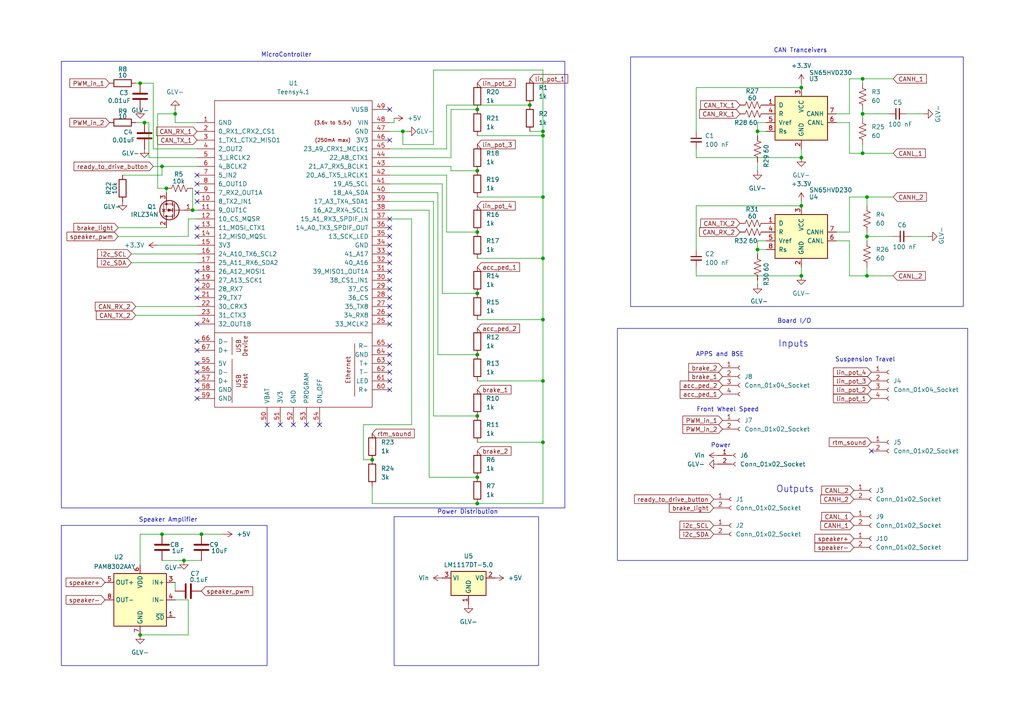
<source format=kicad_sch>
(kicad_sch (version 20231120) (generator "eeschema") (generator_version "8.0")
  (paper "A4")
  (lib_symbols
    (symbol "Amplifier_Audio:PAM8302AAY"
      (property "Reference" "U" (at 7.62 11.43 0))
      (property "Value" "PAM8302AAY" (at 7.62 8.89 0))
      (symbol "PAM8302AAY_1_1"
        (pin input line (at -10.16 -5.08 0) (length 2.54) (name "~{SD}") (number "1"))
        (pin no_connect line (at 7.62 -5.08 180) (length 2.54) hide (name "NC") (number "2"))
        (pin input line (at -10.16 5.08 0) (length 2.54) (name "IN+") (number "3"))
        (pin input line (at -10.16 0 0) (length 2.54) (name "IN-") (number "4"))
        (pin output line (at 10.16 5.08 180) (length 2.54) (name "OUT+") (number "5"))
        (pin power_in line (at 0 10.16 270) (length 2.54) (name "VDD") (number "6"))
        (pin power_in line (at 0 -10.16 90) (length 2.54) (name "GND") (number "7"))
        (pin output line (at 10.16 0 180) (length 2.54) (name "OUT-") (number "8"))
      )
    )
    (symbol "Connector:Conn_01x02_Socket" (pin_names (offset 1.016) hide)
      (property "Reference" "J" (at 0 2.54 0))
      (property "Value" "Conn_01x02_Socket" (at 0 -5.08 0))
      (symbol "Conn_01x02_Socket_1_1"
        (pin passive line (at -5.08 0 0) (length 3.81) (name "Pin_1") (number "1"))
        (pin passive line (at -5.08 -2.54 0) (length 3.81) (name "Pin_2") (number "2"))
      )
    )
    (symbol "Connector:Conn_01x04_Socket" (pin_names (offset 1.016) hide)
      (property "Reference" "J" (at 0 5.08 0))
      (property "Value" "Conn_01x04_Socket" (at 0 -7.62 0))
      (symbol "Conn_01x04_Socket_1_1"
        (pin passive line (at -5.08 2.54 0) (length 3.81) (name "Pin_1") (number "1"))
        (pin passive line (at -5.08 0 0) (length 3.81) (name "Pin_2") (number "2"))
        (pin passive line (at -5.08 -2.54 0) (length 3.81) (name "Pin_3") (number "3"))
        (pin passive line (at -5.08 -5.08 0) (length 3.81) (name "Pin_4") (number "4"))
      )
    )
    (symbol "Device:C" (pin_numbers hide) (pin_names (offset 0.254))
      (property "Reference" "C" (at 0.635 2.54 0))
      (property "Value" "C" (at 0.635 -2.54 0))
      (symbol "C_1_1"
        (pin passive line (at 0 3.81 270) (length 2.794) (name "~") (number "1"))
        (pin passive line (at 0 -3.81 90) (length 2.794) (name "~") (number "2"))
      )
    )
    (symbol "Device:C_Small" (pin_numbers hide) (pin_names (offset 0.254) hide)
      (property "Reference" "C" (at 0.254 1.778 0))
      (property "Value" "C_Small" (at 0.254 -2.032 0))
      (symbol "C_Small_1_1"
        (pin passive line (at 0 2.54 270) (length 2.032) (name "~") (number "1"))
        (pin passive line (at 0 -2.54 90) (length 2.032) (name "~") (number "2"))
      )
    )
    (symbol "Device:R" (pin_numbers hide) (pin_names (offset 0))
      (property "Reference" "R" (at 2.032 0 90))
      (property "Value" "R" (at 0 0 90))
      (symbol "R_1_1"
        (pin passive line (at 0 3.81 270) (length 1.27) (name "~") (number "1"))
        (pin passive line (at 0 -3.81 90) (length 1.27) (name "~") (number "2"))
      )
    )
    (symbol "Device:R_US" (pin_numbers hide) (pin_names (offset 0))
      (property "Reference" "R" (at 2.54 0 90))
      (property "Value" "R_US" (at -2.54 0 90))
      (symbol "R_US_1_1"
        (pin passive line (at 0 3.81 270) (length 1.27) (name "~") (number "1"))
        (pin passive line (at 0 -3.81 90) (length 1.27) (name "~") (number "2"))
      )
    )
    (symbol "Interface_CAN_LIN:SN65HVD230" (pin_names (offset 1.016))
      (property "Reference" "U" (at -2.54 10.16 0))
      (property "Value" "SN65HVD230" (at -2.54 7.62 0))
      (symbol "SN65HVD230_1_1"
        (pin input line (at -10.16 2.54 0) (length 2.54) (name "D") (number "1"))
        (pin power_in line (at 0 -10.16 90) (length 2.54) (name "GND") (number "2"))
        (pin power_in line (at 0 7.62 270) (length 2.54) (name "VCC") (number "3"))
        (pin output line (at -10.16 0 0) (length 2.54) (name "R") (number "4"))
        (pin output line (at -10.16 -2.54 0) (length 2.54) (name "Vref") (number "5"))
        (pin bidirectional line (at 10.16 -2.54 180) (length 2.54) (name "CANL") (number "6"))
        (pin bidirectional line (at 10.16 0 180) (length 2.54) (name "CANH") (number "7"))
        (pin input line (at -10.16 -5.08 0) (length 2.54) (name "Rs") (number "8"))
      )
    )
    (symbol "Regulator_Linear:LM1117DT-5.0"
      (property "Reference" "U" (at -3.81 3.175 0))
      (property "Value" "LM1117DT-5.0" (at 0 3.175 0))
      (symbol "LM1117DT-5.0_1_1"
        (pin power_in line (at 0 -7.62 90) (length 2.54) (name "GND") (number "1"))
        (pin power_out line (at 7.62 0 180) (length 2.54) (name "VO") (number "2"))
        (pin power_in line (at -7.62 0 0) (length 2.54) (name "VI") (number "3"))
      )
    )
    (symbol "Transistor_FET:IRLZ34N" (pin_names hide)
      (property "Reference" "Q" (at 5.08 1.905 0))
      (property "Value" "IRLZ34N" (at 5.08 0 0))
      (symbol "IRLZ34N_1_1"
        (pin input line (at -5.08 0 0) (length 2.54) (name "G") (number "1"))
        (pin passive line (at 2.54 5.08 270) (length 2.54) (name "D") (number "2"))
        (pin passive line (at 2.54 -5.08 90) (length 2.54) (name "S") (number "3"))
      )
    )
    (symbol "power:GND" (power) (pin_numbers hide) (pin_names (offset 0) hide)
      (property "Value" "GND" (at 0 -3.81 0))
      (symbol "GND_1_1"
        (pin power_in line (at 0 0 270) (length 0) (name "~") (number "1"))
      )
    )
    (symbol "power:VCC" (power) (pin_numbers hide) (pin_names (offset 0) hide)
      (property "Value" "VCC" (at 0 3.556 0))
      (symbol "VCC_1_1"
        (pin power_in line (at 0 0 90) (length 0) (name "~") (number "1"))
      )
    )
    (symbol "teensy:Teensy4.1" (pin_names (offset 1.016))
      (property "Reference" "U" (at 0 64.77 0))
      (property "Value" "Teensy4.1" (at 0 62.23 0))
      (symbol "Teensy4.1_0_0"
        (text "(250mA max)" (at 11.43 49.53 0) (effects (font (size 1.016 1.016))))
        (text "(3.6v to 5.5v)" (at 11.43 54.61 0) (effects (font (size 1.016 1.016))))
        (text "Device" (at -13.97 -10.16 900) (effects (font (size 1.27 1.27))))
        (text "Ethernet" (at 15.875 -17.145 900) (effects (font (size 1.27 1.27))))
        (text "Host" (at -13.97 -20.32 900) (effects (font (size 1.27 1.27))))
        (text "USB" (at -15.875 -20.32 900) (effects (font (size 1.27 1.27))))
        (text "USB" (at -15.875 -10.16 900) (effects (font (size 1.27 1.27))))
        (pin bidirectional line (at -27.94 31.75 0) (length 5.08) (name "8_TX2_IN1") (number "10"))
        (pin bidirectional line (at -27.94 29.21 0) (length 5.08) (name "9_OUT1C") (number "11"))
        (pin bidirectional line (at -27.94 26.67 0) (length 5.08) (name "10_CS_MQSR") (number "12"))
        (pin bidirectional line (at -27.94 24.13 0) (length 5.08) (name "11_MOSI_CTX1") (number "13"))
        (pin bidirectional line (at -27.94 21.59 0) (length 5.08) (name "12_MISO_MQSL") (number "14"))
        (pin power_in line (at -27.94 19.05 0) (length 5.08) (name "3V3") (number "15"))
        (pin bidirectional line (at -27.94 16.51 0) (length 5.08) (name "24_A10_TX6_SCL2") (number "16"))
        (pin bidirectional line (at -27.94 13.97 0) (length 5.08) (name "25_A11_RX6_SDA2") (number "17"))
        (pin bidirectional line (at -27.94 11.43 0) (length 5.08) (name "26_A12_MOSI1") (number "18"))
        (pin bidirectional line (at -27.94 8.89 0) (length 5.08) (name "27_A13_SCK1") (number "19"))
        (pin bidirectional line (at -27.94 6.35 0) (length 5.08) (name "28_RX7") (number "20"))
        (pin bidirectional line (at -27.94 3.81 0) (length 5.08) (name "29_TX7") (number "21"))
        (pin bidirectional line (at -27.94 1.27 0) (length 5.08) (name "30_CRX3") (number "22"))
        (pin bidirectional line (at -27.94 -1.27 0) (length 5.08) (name "31_CTX3") (number "23"))
        (pin bidirectional line (at -27.94 -3.81 0) (length 5.08) (name "32_OUT1B") (number "24"))
        (pin bidirectional line (at 27.94 -3.81 180) (length 5.08) (name "33_MCLK2") (number "25"))
        (pin bidirectional line (at 27.94 -1.27 180) (length 5.08) (name "34_RX8") (number "26"))
        (pin bidirectional line (at 27.94 1.27 180) (length 5.08) (name "35_TX8") (number "27"))
        (pin bidirectional line (at 27.94 3.81 180) (length 5.08) (name "36_CS") (number "28"))
        (pin bidirectional line (at 27.94 6.35 180) (length 5.08) (name "37_CS") (number "29"))
        (pin bidirectional line (at 27.94 8.89 180) (length 5.08) (name "38_CS1_IN1") (number "30"))
        (pin bidirectional line (at 27.94 11.43 180) (length 5.08) (name "39_MISO1_OUT1A") (number "31"))
        (pin bidirectional line (at 27.94 13.97 180) (length 5.08) (name "40_A16") (number "32"))
        (pin bidirectional line (at 27.94 16.51 180) (length 5.08) (name "41_A17") (number "33"))
        (pin bidirectional line (at 27.94 21.59 180) (length 5.08) (name "13_SCK_LED") (number "35"))
        (pin bidirectional line (at 27.94 24.13 180) (length 5.08) (name "14_A0_TX3_SPDIF_OUT") (number "36"))
        (pin bidirectional line (at 27.94 26.67 180) (length 5.08) (name "15_A1_RX3_SPDIF_IN") (number "37"))
        (pin bidirectional line (at 27.94 29.21 180) (length 5.08) (name "16_A2_RX4_SCL1") (number "38"))
        (pin bidirectional line (at 27.94 31.75 180) (length 5.08) (name "17_A3_TX4_SDA1") (number "39"))
        (pin bidirectional line (at 27.94 34.29 180) (length 5.08) (name "18_A4_SDA") (number "40"))
        (pin bidirectional line (at 27.94 36.83 180) (length 5.08) (name "19_A5_SCL") (number "41"))
        (pin bidirectional line (at 27.94 39.37 180) (length 5.08) (name "20_A6_TX5_LRCLK1") (number "42"))
        (pin bidirectional line (at 27.94 41.91 180) (length 5.08) (name "21_A7_RX5_BCLK1") (number "43"))
        (pin bidirectional line (at 27.94 44.45 180) (length 5.08) (name "22_A8_CTX1") (number "44"))
        (pin bidirectional line (at 27.94 46.99 180) (length 5.08) (name "23_A9_CRX1_MCLK1") (number "45"))
        (pin output line (at 27.94 49.53 180) (length 5.08) (name "3V3") (number "46"))
        (pin output line (at 27.94 52.07 180) (length 5.08) (name "GND") (number "47"))
        (pin power_in line (at 27.94 54.61 180) (length 5.08) (name "VIN") (number "48"))
        (pin power_out line (at 27.94 58.42 180) (length 5.08) (name "VUSB") (number "49"))
        (pin bidirectional line (at -27.94 44.45 0) (length 5.08) (name "3_LRCLK2") (number "5"))
        (pin power_in line (at -7.62 -33.02 90) (length 5.08) (name "VBAT") (number "50"))
        (pin power_in line (at -3.81 -33.02 90) (length 5.08) (name "3V3") (number "51"))
        (pin input line (at 0 -33.02 90) (length 5.08) (name "GND") (number "52"))
        (pin input line (at 3.81 -33.02 90) (length 5.08) (name "PROGRAM") (number "53"))
        (pin input line (at 7.62 -33.02 90) (length 5.08) (name "ON_OFF") (number "54"))
        (pin power_out line (at -27.94 -15.24 0) (length 5.08) (name "5V") (number "55"))
        (pin bidirectional line (at -27.94 -17.78 0) (length 5.08) (name "D-") (number "56"))
        (pin bidirectional line (at -27.94 -20.32 0) (length 5.08) (name "D+") (number "57"))
        (pin power_in line (at -27.94 -22.86 0) (length 5.08) (name "GND") (number "58"))
        (pin power_in line (at -27.94 -25.4 0) (length 5.08) (name "GND") (number "59"))
        (pin bidirectional line (at -27.94 41.91 0) (length 5.08) (name "4_BCLK2") (number "6"))
        (pin bidirectional line (at 27.94 -22.86 180) (length 5.08) (name "R+") (number "60"))
        (pin bidirectional line (at 27.94 -20.32 180) (length 5.08) (name "LED") (number "61"))
        (pin bidirectional line (at 27.94 -17.78 180) (length 5.08) (name "T-") (number "62"))
        (pin bidirectional line (at 27.94 -15.24 180) (length 5.08) (name "T+") (number "63"))
        (pin power_in line (at 27.94 -12.7 180) (length 5.08) (name "GND") (number "64"))
        (pin bidirectional line (at 27.94 -10.16 180) (length 5.08) (name "R-") (number "65"))
        (pin bidirectional line (at -27.94 -8.89 0) (length 5.08) (name "D-") (number "66"))
        (pin bidirectional line (at -27.94 -11.43 0) (length 5.08) (name "D+") (number "67"))
        (pin bidirectional line (at -27.94 39.37 0) (length 5.08) (name "5_IN2") (number "7"))
        (pin bidirectional line (at -27.94 36.83 0) (length 5.08) (name "6_OUT1D") (number "8"))
        (pin bidirectional line (at -27.94 34.29 0) (length 5.08) (name "7_RX2_OUT1A") (number "9"))
      )
      (symbol "Teensy4.1_1_1"
        (pin power_in line (at -27.94 54.61 0) (length 5.08) (name "GND") (number "1"))
        (pin bidirectional line (at -27.94 52.07 0) (length 5.08) (name "0_RX1_CRX2_CS1") (number "2"))
        (pin bidirectional line (at -27.94 49.53 0) (length 5.08) (name "1_TX1_CTX2_MISO1") (number "3"))
        (pin power_in line (at 27.94 19.05 180) (length 5.08) (name "GND") (number "34"))
        (pin bidirectional line (at -27.94 46.99 0) (length 5.08) (name "2_OUT2") (number "4"))
      )
    )
  )
  (junction (at 138.43 49.53))
  (junction (at 55.88 60.96))
  (junction (at 107.95 133.35))
  (junction (at 50.8 33.02))
  (junction (at 250.19 44.45))
  (junction (at 138.43 102.87))
  (junction (at 48.26 54.61))
  (junction (at 46.99 48.26))
  (junction (at 46.99 154.94))
  (junction (at 232.41 59.69))
  (junction (at 157.48 38.1))
  (junction (at 53.34 162.56))
  (junction (at 219.71 38.1))
  (junction (at 58.42 154.94))
  (junction (at 250.19 22.86))
  (junction (at 41.91 35.56))
  (junction (at 232.41 80.01))
  (junction (at 250.19 33.02))
  (junction (at 138.43 146.05))
  (junction (at 138.43 138.43))
  (junction (at 157.48 110.49))
  (junction (at 40.64 184.15))
  (junction (at 138.43 31.75))
  (junction (at 251.46 80.01))
  (junction (at 138.43 67.31))
  (junction (at 232.41 45.72))
  (junction (at 251.46 57.15))
  (junction (at 157.48 92.71))
  (junction (at 40.64 24.13))
  (junction (at 157.48 57.15))
  (junction (at 219.71 72.39))
  (junction (at 232.41 25.4))
  (junction (at 251.46 68.58))
  (junction (at 138.43 120.65))
  (junction (at 157.48 128.27))
  (junction (at 116.84 38.1))
  (junction (at 157.48 39.37))
  (junction (at 153.67 30.48))
  (junction (at 157.48 74.93))
  (junction (at 138.43 85.09))
  (no_connect (at 113.03 71.12))
  (no_connect (at 113.03 73.66))
  (no_connect (at 57.15 53.34))
  (no_connect (at 77.47 123.19))
  (no_connect (at 85.09 123.19))
  (no_connect (at 92.71 123.19))
  (no_connect (at 113.03 86.36))
  (no_connect (at 113.03 107.95))
  (no_connect (at 57.15 55.88))
  (no_connect (at 113.03 78.74))
  (no_connect (at 57.15 86.36))
  (no_connect (at 57.15 107.95))
  (no_connect (at 57.15 113.03))
  (no_connect (at 57.15 101.6))
  (no_connect (at 113.03 105.41))
  (no_connect (at 81.28 123.19))
  (no_connect (at 113.03 110.49))
  (no_connect (at 113.03 88.9))
  (no_connect (at 57.15 58.42))
  (no_connect (at 57.15 110.49))
  (no_connect (at 57.15 83.82))
  (no_connect (at 57.15 66.04))
  (no_connect (at 113.03 40.64))
  (no_connect (at 88.9 123.19))
  (no_connect (at 113.03 63.5))
  (no_connect (at 252.73 130.81))
  (no_connect (at 113.03 68.58))
  (no_connect (at 57.15 81.28))
  (no_connect (at 113.03 31.75))
  (no_connect (at 57.15 93.98))
  (no_connect (at 113.03 76.2))
  (no_connect (at 113.03 113.03))
  (no_connect (at 57.15 99.06))
  (no_connect (at 113.03 91.44))
  (no_connect (at 113.03 81.28))
  (no_connect (at 57.15 115.57))
  (no_connect (at 113.03 93.98))
  (no_connect (at 57.15 78.74))
  (no_connect (at 57.15 105.41))
  (no_connect (at 113.03 100.33))
  (no_connect (at 113.03 102.87))
  (no_connect (at 57.15 68.58))
  (no_connect (at 113.03 83.82))
  (no_connect (at 57.15 50.8))
  (no_connect (at 113.03 66.04))
  (wire (pts (xy 113.03 43.18) (xy 129.54 43.18)))
  (wire (pts (xy 251.46 67.31) (xy 251.46 68.58)))
  (wire (pts (xy 250.19 22.86) (xy 259.08 22.86)))
  (wire (pts (xy 251.46 77.47) (xy 251.46 80.01)))
  (wire (pts (xy 201.93 80.01) (xy 201.93 77.47)))
  (wire (pts (xy 246.38 69.85) (xy 246.38 80.01)))
  (wire (pts (xy 251.46 57.15) (xy 259.08 57.15)))
  (wire (pts (xy 246.38 33.02) (xy 246.38 22.86)))
  (wire (pts (xy 250.19 33.02) (xy 257.81 33.02)))
  (wire (pts (xy 129.54 67.31) (xy 138.43 67.31)))
  (wire (pts (xy 113.03 48.26) (xy 130.81 48.26)))
  (wire (pts (xy 232.41 80.01) (xy 232.41 77.47)))
  (wire (pts (xy 54.61 63.5) (xy 54.61 68.58)))
  (wire (pts (xy 232.41 58.42) (xy 232.41 59.69)))
  (wire (pts (xy 127 55.88) (xy 113.03 55.88)))
  (wire (pts (xy 157.48 39.37) (xy 157.48 57.15)))
  (wire (pts (xy 55.88 54.61) (xy 55.88 60.96)))
  (wire (pts (xy 242.57 33.02) (xy 246.38 33.02)))
  (wire (pts (xy 50.8 33.02) (xy 45.72 33.02)))
  (wire (pts (xy 34.29 66.04) (xy 48.26 66.04)))
  (wire (pts (xy 44.45 48.26) (xy 46.99 48.26)))
  (wire (pts (xy 43.18 35.56) (xy 43.18 45.72)))
  (wire (pts (xy 251.46 68.58) (xy 251.46 69.85)))
  (wire (pts (xy 107.95 140.97) (xy 107.95 146.05)))
  (wire (pts (xy 124.46 138.43) (xy 138.43 138.43)))
  (wire (pts (xy 201.93 45.72) (xy 201.93 43.18)))
  (wire (pts (xy 127 102.87) (xy 127 55.88)))
  (wire (pts (xy 43.18 45.72) (xy 57.15 45.72)))
  (wire (pts (xy 50.8 168.91) (xy 50.8 171.45)))
  (wire (pts (xy 127 102.87) (xy 138.43 102.87)))
  (wire (pts (xy 105.41 133.35) (xy 105.41 123.19)))
  (wire (pts (xy 57.15 63.5) (xy 54.61 63.5)))
  (wire (pts (xy 129.54 30.48) (xy 153.67 30.48)))
  (wire (pts (xy 201.93 38.1) (xy 201.93 25.4)))
  (wire (pts (xy 246.38 35.56) (xy 246.38 44.45)))
  (wire (pts (xy 219.71 69.85) (xy 219.71 72.39)))
  (wire (pts (xy 219.71 72.39) (xy 222.25 72.39)))
  (wire (pts (xy 250.19 22.86) (xy 250.19 24.13)))
  (wire (pts (xy 242.57 67.31) (xy 246.38 67.31)))
  (wire (pts (xy 125.73 58.42) (xy 113.03 58.42)))
  (wire (pts (xy 45.72 33.02) (xy 45.72 54.61)))
  (wire (pts (xy 138.43 92.71) (xy 157.48 92.71)))
  (wire (pts (xy 232.41 24.13) (xy 232.41 25.4)))
  (wire (pts (xy 35.56 50.8) (xy 46.99 50.8)))
  (wire (pts (xy 157.48 110.49) (xy 157.48 128.27)))
  (wire (pts (xy 157.48 128.27) (xy 157.48 146.05)))
  (wire (pts (xy 105.41 123.19) (xy 119.38 123.19)))
  (wire (pts (xy 128.27 85.09) (xy 128.27 53.34)))
  (wire (pts (xy 107.95 146.05) (xy 138.43 146.05)))
  (wire (pts (xy 219.71 49.53) (xy 219.71 46.99)))
  (wire (pts (xy 119.38 123.19) (xy 119.38 63.5)))
  (wire (pts (xy 157.48 74.93) (xy 157.48 92.71)))
  (wire (pts (xy 48.26 54.61) (xy 48.26 55.88)))
  (wire (pts (xy 138.43 128.27) (xy 157.48 128.27)))
  (wire (pts (xy 157.48 20.32) (xy 125.73 20.32)))
  (wire (pts (xy 130.81 48.26) (xy 130.81 49.53)))
  (wire (pts (xy 130.81 45.72) (xy 130.81 31.75)))
  (wire (pts (xy 107.95 133.35) (xy 105.41 133.35)))
  (wire (pts (xy 39.37 88.9) (xy 57.15 88.9)))
  (wire (pts (xy 250.19 41.91) (xy 250.19 44.45)))
  (wire (pts (xy 157.48 92.71) (xy 157.48 110.49)))
  (wire (pts (xy 44.45 43.18) (xy 57.15 43.18)))
  (wire (pts (xy 250.19 44.45) (xy 259.08 44.45)))
  (wire (pts (xy 125.73 41.91) (xy 116.84 41.91)))
  (wire (pts (xy 55.88 60.96) (xy 57.15 60.96)))
  (wire (pts (xy 114.3 35.56) (xy 114.3 34.29)))
  (wire (pts (xy 39.37 91.44) (xy 57.15 91.44)))
  (wire (pts (xy 246.38 44.45) (xy 250.19 44.45)))
  (wire (pts (xy 46.99 154.94) (xy 40.64 154.94)))
  (wire (pts (xy 251.46 80.01) (xy 259.08 80.01)))
  (wire (pts (xy 129.54 67.31) (xy 129.54 50.8)))
  (wire (pts (xy 45.72 54.61) (xy 48.26 54.61)))
  (wire (pts (xy 113.03 35.56) (xy 114.3 35.56)))
  (wire (pts (xy 124.46 60.96) (xy 113.03 60.96)))
  (wire (pts (xy 46.99 50.8) (xy 46.99 48.26)))
  (wire (pts (xy 128.27 85.09) (xy 138.43 85.09)))
  (wire (pts (xy 40.64 184.15) (xy 54.61 184.15)))
  (wire (pts (xy 138.43 57.15) (xy 157.48 57.15)))
  (wire (pts (xy 113.03 38.1) (xy 116.84 38.1)))
  (wire (pts (xy 54.61 184.15) (xy 54.61 173.99)))
  (wire (pts (xy 34.29 68.58) (xy 54.61 68.58)))
  (wire (pts (xy 157.48 20.32) (xy 157.48 38.1)))
  (wire (pts (xy 124.46 60.96) (xy 124.46 138.43)))
  (wire (pts (xy 246.38 80.01) (xy 251.46 80.01)))
  (wire (pts (xy 39.37 35.56) (xy 41.91 35.56)))
  (wire (pts (xy 250.19 31.75) (xy 250.19 33.02)))
  (wire (pts (xy 222.25 35.56) (xy 219.71 35.56)))
  (wire (pts (xy 40.64 154.94) (xy 40.64 163.83)))
  (wire (pts (xy 219.71 38.1) (xy 222.25 38.1)))
  (wire (pts (xy 45.72 71.12) (xy 57.15 71.12)))
  (wire (pts (xy 128.27 53.34) (xy 113.03 53.34)))
  (wire (pts (xy 39.37 24.13) (xy 40.64 24.13)))
  (wire (pts (xy 251.46 57.15) (xy 251.46 59.69)))
  (wire (pts (xy 246.38 57.15) (xy 251.46 57.15)))
  (wire (pts (xy 50.8 33.02) (xy 50.8 35.56)))
  (wire (pts (xy 201.93 59.69) (xy 232.41 59.69)))
  (wire (pts (xy 219.71 82.55) (xy 219.71 81.28)))
  (wire (pts (xy 46.99 154.94) (xy 58.42 154.94)))
  (wire (pts (xy 44.45 24.13) (xy 44.45 43.18)))
  (wire (pts (xy 251.46 68.58) (xy 259.08 68.58)))
  (wire (pts (xy 262.89 33.02) (xy 267.97 33.02)))
  (wire (pts (xy 138.43 39.37) (xy 157.48 39.37)))
  (wire (pts (xy 50.8 31.75) (xy 50.8 33.02)))
  (wire (pts (xy 232.41 45.72) (xy 232.41 43.18)))
  (wire (pts (xy 125.73 120.65) (xy 125.73 58.42)))
  (wire (pts (xy 201.93 72.39) (xy 201.93 59.69)))
  (wire (pts (xy 119.38 63.5) (xy 113.03 63.5)))
  (wire (pts (xy 113.03 45.72) (xy 130.81 45.72)))
  (wire (pts (xy 157.48 38.1) (xy 157.48 39.37)))
  (wire (pts (xy 125.73 120.65) (xy 138.43 120.65)))
  (wire (pts (xy 40.64 24.13) (xy 44.45 24.13)))
  (wire (pts (xy 116.84 38.1) (xy 116.84 41.91)))
  (wire (pts (xy 219.71 73.66) (xy 219.71 72.39)))
  (wire (pts (xy 242.57 35.56) (xy 246.38 35.56)))
  (wire (pts (xy 41.91 35.56) (xy 43.18 35.56)))
  (wire (pts (xy 219.71 35.56) (xy 219.71 38.1)))
  (wire (pts (xy 50.8 35.56) (xy 57.15 35.56)))
  (wire (pts (xy 38.1 76.2) (xy 57.15 76.2)))
  (wire (pts (xy 130.81 31.75) (xy 138.43 31.75)))
  (wire (pts (xy 125.73 20.32) (xy 125.73 41.91)))
  (wire (pts (xy 54.61 173.99) (xy 50.8 173.99)))
  (wire (pts (xy 222.25 69.85) (xy 219.71 69.85)))
  (wire (pts (xy 138.43 74.93) (xy 157.48 74.93)))
  (wire (pts (xy 46.99 162.56) (xy 53.34 162.56)))
  (wire (pts (xy 246.38 22.86) (xy 250.19 22.86)))
  (wire (pts (xy 219.71 39.37) (xy 219.71 38.1)))
  (wire (pts (xy 201.93 25.4) (xy 232.41 25.4)))
  (wire (pts (xy 250.19 33.02) (xy 250.19 34.29)))
  (wire (pts (xy 130.81 49.53) (xy 138.43 49.53)))
  (wire (pts (xy 201.93 45.72) (xy 232.41 45.72)))
  (wire (pts (xy 53.34 162.56) (xy 58.42 162.56)))
  (wire (pts (xy 232.41 80.01) (xy 201.93 80.01)))
  (wire (pts (xy 242.57 69.85) (xy 246.38 69.85)))
  (wire (pts (xy 129.54 50.8) (xy 113.03 50.8)))
  (wire (pts (xy 264.16 68.58) (xy 269.24 68.58)))
  (wire (pts (xy 116.84 38.1) (xy 118.11 38.1)))
  (wire (pts (xy 46.99 48.26) (xy 57.15 48.26)))
  (wire (pts (xy 153.67 38.1) (xy 157.48 38.1)))
  (wire (pts (xy 138.43 110.49) (xy 157.48 110.49)))
  (wire (pts (xy 246.38 67.31) (xy 246.38 57.15)))
  (wire (pts (xy 157.48 57.15) (xy 157.48 74.93)))
  (wire (pts (xy 58.42 154.94) (xy 64.77 154.94)))
  (wire (pts (xy 38.1 73.66) (xy 57.15 73.66)))
  (wire (pts (xy 129.54 43.18) (xy 129.54 30.48)))
  (wire (pts (xy 138.43 146.05) (xy 157.48 146.05)))
  (rectangle (start 179.07 95.25) (end 280.67 162.56))
  (rectangle (start 17.78 17.78) (end 163.83 147.32))
  (rectangle (start 182.88 16.51) (end 279.4 88.9))
  (rectangle (start 17.78 152.4) (end 77.47 193.04))
  (rectangle (start 114.3 149.86) (end 156.21 193.04))
  (text "Suspension Travel" (at 250.952 104.394 0) (effects (font (size 1.27 1.27))))
  (text "APPS and BSE" (at 208.788 102.87 0) (effects (font (size 1.27 1.27))))
  (text "Power" (at 209.042 129.286 0) (effects (font (size 1.27 1.27))))
  (text "Front Wheel Speed" (at 211.074 118.872 0) (effects (font (size 1.27 1.27))))
  (text "Inputs" (at 230.124 99.822 0) (effects (font (size 1.905 1.905))))
  (text "Power Distribution" (at 135.636 148.59 0) (effects (font (size 1.27 1.27))))
  (text "Speaker Amplifier\n" (at 48.768 150.876 0) (effects (font (size 1.27 1.27))))
  (text "Board I/O" (at 230.378 93.218 0) (effects (font (size 1.27 1.27))))
  (text "Outputs" (at 230.632 141.986 0) (effects (font (size 1.905 1.905))))
  (text "CAN Tranceivers" (at 232.156 14.732 0) (effects (font (size 1.27 1.27))))
  (text "MicroController" (at 83.058 16.002 0) (effects (font (size 1.27 1.27))))
  (global_label "ready_to_drive_button" (shape input) (at 207.01 144.78 180) (property "Intersheetrefs" "${INTERSHEET_REFS}" (effects (hide yes))))
  (global_label "rtm_sound" (shape input) (at 252.73 128.27 180) (property "Intersheetrefs" "${INTERSHEET_REFS}" (effects (hide yes))))
  (global_label "acc_ped_1" (shape input) (at 138.43 77.47 0) (property "Intersheetrefs" "${INTERSHEET_REFS}" (effects (hide yes))))
  (global_label "lin_pot_4" (shape input) (at 252.73 107.95 180) (property "Intersheetrefs" "${INTERSHEET_REFS}" (effects (hide yes))))
  (global_label "brake_2" (shape input) (at 209.55 106.68 180) (property "Intersheetrefs" "${INTERSHEET_REFS}" (effects (hide yes))))
  (global_label "brake_2" (shape input) (at 138.43 130.81 0) (property "Intersheetrefs" "${INTERSHEET_REFS}" (effects (hide yes))))
  (global_label "i2c_SDA" (shape input) (at 38.1 76.2 180) (property "Intersheetrefs" "${INTERSHEET_REFS}" (effects (hide yes))))
  (global_label "CANH_2" (shape input) (at 259.08 57.15 0) (property "Intersheetrefs" "${INTERSHEET_REFS}" (effects (hide yes))))
  (global_label "CAN_RX_1" (shape input) (at 214.63 33.02 180) (property "Intersheetrefs" "${INTERSHEET_REFS}" (effects (hide yes))))
  (global_label "i2c_SCL" (shape input) (at 207.01 152.4 180) (property "Intersheetrefs" "${INTERSHEET_REFS}" (effects (hide yes))))
  (global_label "lin_pot_1" (shape input) (at 252.73 115.57 180) (property "Intersheetrefs" "${INTERSHEET_REFS}" (effects (hide yes))))
  (global_label "CANH_2" (shape input) (at 247.65 144.78 180) (property "Intersheetrefs" "${INTERSHEET_REFS}" (effects (hide yes))))
  (global_label "speaker-" (shape input) (at 247.65 158.75 180) (property "Intersheetrefs" "${INTERSHEET_REFS}" (effects (hide yes))))
  (global_label "lin_pot_3" (shape input) (at 138.43 41.91 0) (property "Intersheetrefs" "${INTERSHEET_REFS}" (effects (hide yes))))
  (global_label "PWM_in_1" (shape input) (at 31.75 24.13 180) (property "Intersheetrefs" "${INTERSHEET_REFS}" (effects (hide yes))))
  (global_label "speaker_pwm" (shape input) (at 34.29 68.58 180) (property "Intersheetrefs" "${INTERSHEET_REFS}" (effects (hide yes))))
  (global_label "ready_to_drive_button" (shape input) (at 44.45 48.26 180) (property "Intersheetrefs" "${INTERSHEET_REFS}" (effects (hide yes))))
  (global_label "acc_ped_2" (shape input) (at 209.55 111.76 180) (property "Intersheetrefs" "${INTERSHEET_REFS}" (effects (hide yes))))
  (global_label "CANL_1" (shape input) (at 259.08 44.45 0) (property "Intersheetrefs" "${INTERSHEET_REFS}" (effects (hide yes))))
  (global_label "CAN_TX_1" (shape input) (at 214.63 30.48 180) (property "Intersheetrefs" "${INTERSHEET_REFS}" (effects (hide yes))))
  (global_label "brake_light" (shape input) (at 34.29 66.04 180) (property "Intersheetrefs" "${INTERSHEET_REFS}" (effects (hide yes))))
  (global_label "PWM_in_1" (shape input) (at 209.55 121.92 180) (property "Intersheetrefs" "${INTERSHEET_REFS}" (effects (hide yes))))
  (global_label "CANH_1" (shape input) (at 247.65 152.4 180) (property "Intersheetrefs" "${INTERSHEET_REFS}" (effects (hide yes))))
  (global_label "CANL_1" (shape input) (at 247.65 149.86 180) (property "Intersheetrefs" "${INTERSHEET_REFS}" (effects (hide yes))))
  (global_label "PWM_in_2" (shape input) (at 31.75 35.56 180) (property "Intersheetrefs" "${INTERSHEET_REFS}" (effects (hide yes))))
  (global_label "CAN_RX_1" (shape input) (at 57.15 38.1 180) (property "Intersheetrefs" "${INTERSHEET_REFS}" (effects (hide yes))))
  (global_label "brake_1" (shape input) (at 209.55 109.22 180) (property "Intersheetrefs" "${INTERSHEET_REFS}" (effects (hide yes))))
  (global_label "speaker+" (shape input) (at 247.65 156.21 180) (property "Intersheetrefs" "${INTERSHEET_REFS}" (effects (hide yes))))
  (global_label "speaker+" (shape input) (at 30.48 168.91 180) (property "Intersheetrefs" "${INTERSHEET_REFS}" (effects (hide yes))))
  (global_label "CANL_2" (shape input) (at 247.65 142.24 180) (property "Intersheetrefs" "${INTERSHEET_REFS}" (effects (hide yes))))
  (global_label "CANL_2" (shape input) (at 259.08 80.01 0) (property "Intersheetrefs" "${INTERSHEET_REFS}" (effects (hide yes))))
  (global_label "acc_ped_2" (shape input) (at 138.43 95.25 0) (property "Intersheetrefs" "${INTERSHEET_REFS}" (effects (hide yes))))
  (global_label "CAN_RX_2" (shape input) (at 39.37 88.9 180) (property "Intersheetrefs" "${INTERSHEET_REFS}" (effects (hide yes))))
  (global_label "brake_light" (shape input) (at 207.01 147.32 180) (property "Intersheetrefs" "${INTERSHEET_REFS}" (effects (hide yes))))
  (global_label "lin_pot_2" (shape input) (at 252.73 113.03 180) (property "Intersheetrefs" "${INTERSHEET_REFS}" (effects (hide yes))))
  (global_label "lin_pot_1" (shape input) (at 153.67 22.86 0) (property "Intersheetrefs" "${INTERSHEET_REFS}" (effects (hide yes))))
  (global_label "speaker_pwm" (shape input) (at 58.42 171.45 0) (property "Intersheetrefs" "${INTERSHEET_REFS}" (effects (hide yes))))
  (global_label "lin_pot_3" (shape input) (at 252.73 110.49 180) (property "Intersheetrefs" "${INTERSHEET_REFS}" (effects (hide yes))))
  (global_label "lin_pot_2" (shape input) (at 138.43 24.13 0) (property "Intersheetrefs" "${INTERSHEET_REFS}" (effects (hide yes))))
  (global_label "CAN_RX_2" (shape input) (at 214.63 67.31 180) (property "Intersheetrefs" "${INTERSHEET_REFS}" (effects (hide yes))))
  (global_label "CAN_TX_2" (shape input) (at 214.63 64.77 180) (property "Intersheetrefs" "${INTERSHEET_REFS}" (effects (hide yes))))
  (global_label "i2c_SCL" (shape input) (at 38.1 73.66 180) (property "Intersheetrefs" "${INTERSHEET_REFS}" (effects (hide yes))))
  (global_label "speaker-" (shape input) (at 30.48 173.99 180) (property "Intersheetrefs" "${INTERSHEET_REFS}" (effects (hide yes))))
  (global_label "CAN_TX_2" (shape input) (at 39.37 91.44 180) (property "Intersheetrefs" "${INTERSHEET_REFS}" (effects (hide yes))))
  (global_label "CAN_TX_1" (shape input) (at 57.15 40.64 180) (property "Intersheetrefs" "${INTERSHEET_REFS}" (effects (hide yes))))
  (global_label "acc_ped_1" (shape input) (at 209.55 114.3 180) (property "Intersheetrefs" "${INTERSHEET_REFS}" (effects (hide yes))))
  (global_label "lin_pot_4" (shape input) (at 138.43 59.69 0) (property "Intersheetrefs" "${INTERSHEET_REFS}" (effects (hide yes))))
  (global_label "PWM_in_2" (shape input) (at 209.55 124.46 180) (property "Intersheetrefs" "${INTERSHEET_REFS}" (effects (hide yes))))
  (global_label "rtm_sound" (shape input) (at 107.95 125.73 0) (property "Intersheetrefs" "${INTERSHEET_REFS}" (effects (hide yes))))
  (global_label "CANH_1" (shape input) (at 259.08 22.86 0) (property "Intersheetrefs" "${INTERSHEET_REFS}" (effects (hide yes))))
  (global_label "brake_1" (shape input) (at 138.43 113.03 0) (property "Intersheetrefs" "${INTERSHEET_REFS}" (effects (hide yes))))
  (global_label "i2c_SDA" (shape input) (at 207.01 154.94 180) (property "Intersheetrefs" "${INTERSHEET_REFS}" (effects (hide yes))))
  (symbol (lib_id "Connector:Conn_01x02_Socket") (at 257.81 128.27 0) (unit 1)
    (property "Reference" "J5" (at 259.08 128.2699 0) (effects (justify left)))
    (property "Value" "Conn_01x02_Socket" (at 259.08 130.8099 0) (effects (justify left)))
    (property "Footprint" "Connector_Molex:Molex_Mini-Fit_Jr_5566-02A2_2x01_P4.20mm_Vertical" (effects (hide yes)))
    (property "Description" "Generic connector, single row, 01x02, script generated" (effects (hide yes)))
  )
  (symbol (lib_id "power:GND") (at 269.24 68.58 90) (unit 1)
    (property "Reference" "#PWR022" (effects (hide yes)))
    (property "Value" "GLV-" (at 273.05 68.326 0))
    (property "Description" "Power symbol creates a global label with name \"GND\" , ground" (effects (hide yes)))
  )
  (symbol (lib_id "Device:R") (at 138.43 81.28 0) (unit 1)
    (property "Reference" "R14" (at 140.97 80.0099 0) (effects (justify left)))
    (property "Value" "1k" (at 140.97 82.5499 0) (effects (justify left)))
    (property "Footprint" "Resistor_SMD:R_0805_2012Metric" (effects (hide yes)))
    (property "Description" "Resistor" (effects (hide yes)))
  )
  (symbol (lib_id "Device:R_US") (at 218.44 67.31 90) (unit 1)
    (property "Reference" "R32" (at 214.884 69.85 90))
    (property "Value" "60" (at 218.44 69.85 90))
    (property "Footprint" "Resistor_SMD:R_0805_2012Metric" (effects (hide yes)))
    (property "Description" "Resistor, US symbol" (effects (hide yes)))
  )
  (symbol (lib_id "Device:R_US") (at 218.44 33.02 90) (unit 1)
    (property "Reference" "R28" (at 214.884 35.56 90))
    (property "Value" "60" (at 218.44 35.56 90))
    (property "Footprint" "Resistor_SMD:R_0805_2012Metric" (effects (hide yes)))
    (property "Description" "Resistor, US symbol" (effects (hide yes)))
  )
  (symbol (lib_id "Device:R") (at 35.56 54.61 180) (unit 1)
    (property "Reference" "R22" (at 31.496 54.61 90))
    (property "Value" "10k" (at 33.274 54.61 90))
    (property "Footprint" "Resistor_SMD:R_0805_2012Metric" (effects (hide yes)))
    (property "Description" "Resistor" (effects (hide yes)))
  )
  (symbol (lib_id "Device:R") (at 138.43 45.72 0) (unit 1)
    (property "Reference" "R18" (at 140.97 44.4499 0) (effects (justify left)))
    (property "Value" "1k" (at 140.97 46.9899 0) (effects (justify left)))
    (property "Footprint" "Resistor_SMD:R_0805_2012Metric" (effects (hide yes)))
    (property "Description" "Resistor" (effects (hide yes)))
  )
  (symbol (lib_id "power:VCC") (at 232.41 24.13 0) (unit 1)
    (property "Reference" "#PWR013" (effects (hide yes)))
    (property "Value" "+3.3V" (at 232.41 19.05 0))
    (property "Description" "Power symbol creates a global label with name \"VCC\"" (effects (hide yes)))
  )
  (symbol (lib_id "power:VCC") (at 128.27 167.64 90) (unit 1)
    (property "Reference" "#PWR06" (effects (hide yes)))
    (property "Value" "Vin" (at 124.46 167.6399 90) (effects (justify left)))
    (property "Description" "Power symbol creates a global label with name \"VCC\"" (effects (hide yes)))
  )
  (symbol (lib_id "Device:C") (at 46.99 158.75 0) (unit 1)
    (property "Reference" "C8" (at 49.276 157.988 0) (effects (justify left)))
    (property "Value" "1uF" (at 49.784 159.766 0) (effects (justify left)))
    (property "Footprint" "Capacitor_SMD:C_0805_2012Metric" (effects (hide yes)))
    (property "Description" "Unpolarized capacitor" (effects (hide yes)))
  )
  (symbol (lib_id "Device:R_US") (at 218.44 64.77 90) (unit 1)
    (property "Reference" "R31" (at 218.186 60.706 90))
    (property "Value" "60" (at 218.186 62.738 90))
    (property "Footprint" "Resistor_SMD:R_0805_2012Metric" (effects (hide yes)))
    (property "Description" "Resistor, US symbol" (effects (hide yes)))
  )
  (symbol (lib_id "Device:R") (at 138.43 27.94 0) (unit 1)
    (property "Reference" "R20" (at 140.97 26.6699 0) (effects (justify left)))
    (property "Value" "1k" (at 140.97 29.2099 0) (effects (justify left)))
    (property "Footprint" "Resistor_SMD:R_0805_2012Metric" (effects (hide yes)))
    (property "Description" "Resistor" (effects (hide yes)))
  )
  (symbol (lib_id "power:VCC") (at 114.3 34.29 270) (unit 1)
    (property "Reference" "#PWR04" (effects (hide yes)))
    (property "Value" "+5V" (at 118.11 34.2899 90) (effects (justify left)))
    (property "Description" "Power symbol creates a global label with name \"VCC\"" (effects (hide yes)))
  )
  (symbol (lib_id "Device:C_Small") (at 201.93 40.64 0) (unit 1)
    (property "Reference" "C1" (at 204.47 39.3762 0) (effects (justify left)))
    (property "Value" "100 nF" (at 204.47 41.9162 0) (effects (justify left)))
    (property "Footprint" "Capacitor_SMD:C_0805_2012Metric" (effects (hide yes)))
    (property "Description" "Unpolarized capacitor, small symbol" (effects (hide yes)))
  )
  (symbol (lib_id "Device:C_Small") (at 261.62 68.58 90) (unit 1)
    (property "Reference" "C6" (at 261.62 65.278 90))
    (property "Value" "100 nF" (at 262.382 71.628 90))
    (property "Footprint" "Capacitor_SMD:C_0805_2012Metric" (effects (hide yes)))
    (property "Description" "Unpolarized capacitor, small symbol" (effects (hide yes)))
  )
  (symbol (lib_id "Device:C") (at 40.64 27.94 0) (unit 1)
    (property "Reference" "C3" (at 34.544 26.924 0) (effects (justify left)))
    (property "Value" "0.01uF" (at 31.242 29.21 0) (effects (justify left)))
    (property "Footprint" "Capacitor_SMD:C_0805_2012Metric" (effects (hide yes)))
    (property "Description" "Unpolarized capacitor" (effects (hide yes)))
  )
  (symbol (lib_id "power:GND") (at 232.41 80.01 0) (unit 1)
    (property "Reference" "#PWR016" (effects (hide yes)))
    (property "Value" "GLV-" (at 232.41 85.09 0))
    (property "Description" "Power symbol creates a global label with name \"GND\" , ground" (effects (hide yes)))
  )
  (symbol (lib_id "power:GND") (at 118.11 38.1 90) (unit 1)
    (property "Reference" "#PWR05" (effects (hide yes)))
    (property "Value" "GLV-" (at 120.65 38.1 90) (effects (justify right)))
    (property "Description" "Power symbol creates a global label with name \"GND\" , ground" (effects (hide yes)))
  )
  (symbol (lib_id "Device:R_US") (at 251.46 63.5 0) (unit 1)
    (property "Reference" "R4" (at 254 62.2299 0) (effects (justify left)))
    (property "Value" "60" (at 254 64.7699 0) (effects (justify left)))
    (property "Footprint" "Resistor_SMD:R_0805_2012Metric" (effects (hide yes)))
    (property "Description" "Resistor, US symbol" (effects (hide yes)))
  )
  (symbol (lib_id "Device:C") (at 41.91 39.37 0) (unit 1)
    (property "Reference" "C4" (at 35.814 38.354 0) (effects (justify left)))
    (property "Value" "0.01uF" (at 32.512 40.64 0) (effects (justify left)))
    (property "Footprint" "Capacitor_SMD:C_0805_2012Metric" (effects (hide yes)))
    (property "Description" "Unpolarized capacitor" (effects (hide yes)))
  )
  (symbol (lib_id "power:GND") (at 219.71 49.53 0) (unit 1)
    (property "Reference" "#PWR011" (effects (hide yes)))
    (property "Value" "GLV-" (at 219.71 54.61 0))
    (property "Description" "Power symbol creates a global label with name \"GND\" , ground" (effects (hide yes)))
  )
  (symbol (lib_id "Device:R_US") (at 52.07 54.61 90) (unit 1)
    (property "Reference" "R5" (at 51.816 50.546 90))
    (property "Value" "10k" (at 51.816 52.578 90))
    (property "Footprint" "Resistor_SMD:R_0805_2012Metric" (effects (hide yes)))
    (property "Description" "Resistor, US symbol" (effects (hide yes)))
  )
  (symbol (lib_id "power:GND") (at 135.89 175.26 0) (unit 1)
    (property "Reference" "#PWR07" (effects (hide yes)))
    (property "Value" "GLV-" (at 135.89 180.34 0))
    (property "Description" "Power symbol creates a global label with name \"GND\" , ground" (effects (hide yes)))
  )
  (symbol (lib_id "power:GND") (at 232.41 45.72 0) (unit 1)
    (property "Reference" "#PWR014" (effects (hide yes)))
    (property "Value" "GLV-" (at 232.41 50.8 0))
    (property "Description" "Power symbol creates a global label with name \"GND\" , ground" (effects (hide yes)))
  )
  (symbol (lib_id "Connector:Conn_01x04_Socket") (at 214.63 109.22 0) (unit 1)
    (property "Reference" "J8" (at 215.9 109.2199 0) (effects (justify left)))
    (property "Value" "Conn_01x04_Socket" (at 215.9 111.7599 0) (effects (justify left)))
    (property "Footprint" "Connector_Molex:Molex_Mini-Fit_Jr_5566-04A2_2x02_P4.20mm_Vertical" (effects (hide yes)))
    (property "Description" "Generic connector, single row, 01x04, script generated" (effects (hide yes)))
  )
  (symbol (lib_id "Device:C_Small") (at 201.93 74.93 0) (unit 1)
    (property "Reference" "C2" (at 204.47 73.6662 0) (effects (justify left)))
    (property "Value" "100 nF" (at 204.47 76.2062 0) (effects (justify left)))
    (property "Footprint" "Capacitor_SMD:C_0805_2012Metric" (effects (hide yes)))
    (property "Description" "Unpolarized capacitor, small symbol" (effects (hide yes)))
  )
  (symbol (lib_id "Amplifier_Audio:PAM8302AAY") (at 40.64 173.99 0) (mirror y) (unit 1)
    (property "Reference" "U2" (at 33.02 161.544 0) (effects (justify right)))
    (property "Value" "PAM8302AAY" (at 27.178 164.338 0) (effects (justify right)))
    (property "Footprint" "Package_DFN_QFN:DFN-8-1EP_3x3mm_P0.65mm_EP1.55x2.4mm" (effects (hide yes)))
    (property "Datasheet" "https://www.diodes.com/assets/Datasheets/PAM8302A.pdf" (effects (hide yes)))
    (property "Description" "2.5W Filterless Class-D Mono Audio Amplifier, DFN-8" (effects (hide yes)))
  )
  (symbol (lib_id "Interface_CAN_LIN:SN65HVD230") (at 232.41 67.31 0) (unit 1)
    (property "Reference" "U4" (at 234.6041 57.15 0) (effects (justify left)))
    (property "Value" "SN65HVD230" (at 234.696 55.118 0) (effects (justify left)))
    (property "Footprint" "Package_SO:SOIC-8_3.9x4.9mm_P1.27mm" (effects (hide yes)))
    (property "Datasheet" "http://www.ti.com/lit/ds/symlink/sn65hvd230.pdf" (effects (hide yes)))
    (property "Description" "CAN Bus Transceivers, 3.3V, 1Mbps, Low-Power capabilities, SOIC-8" (effects (hide yes)))
  )
  (symbol (lib_id "Device:R") (at 138.43 142.24 0) (unit 1)
    (property "Reference" "R7" (at 140.97 140.9699 0) (effects (justify left)))
    (property "Value" "1k" (at 140.97 143.5099 0) (effects (justify left)))
    (property "Footprint" "Resistor_SMD:R_0805_2012Metric" (effects (hide yes)))
    (property "Description" "Resistor" (effects (hide yes)))
  )
  (symbol (lib_id "Transistor_FET:IRLZ34N") (at 50.8 60.96 180) (unit 1)
    (property "Reference" "Q1" (at 45.466 59.944 0) (effects (justify left)))
    (property "Value" "IRLZ34N" (at 45.974 62.23 0) (effects (justify left)))
    (property "Footprint" "Package_TO_SOT_THT:TO-220-3_Vertical" (effects (hide yes)))
    (property "Datasheet" "http://www.infineon.com/dgdl/irlz34npbf.pdf?fileId=5546d462533600a40153567206892720" (effects (hide yes)))
    (property "Description" "30A Id, 55V Vds, 35mOhm Rds, N-Channel HEXFET Power MOSFET, TO-220AB" (effects (hide yes)))
  )
  (symbol (lib_id "Device:R") (at 107.95 129.54 0) (unit 1)
    (property "Reference" "R23" (at 110.49 128.2699 0) (effects (justify left)))
    (property "Value" "1k" (at 110.49 130.8099 0) (effects (justify left)))
    (property "Footprint" "Resistor_SMD:R_0805_2012Metric" (effects (hide yes)))
    (property "Description" "Resistor" (effects (hide yes)))
  )
  (symbol (lib_id "Device:C_Small") (at 260.35 33.02 90) (unit 1)
    (property "Reference" "C5" (at 260.35 29.718 90))
    (property "Value" "100 nF" (at 261.112 36.068 90))
    (property "Footprint" "Capacitor_SMD:C_0805_2012Metric" (effects (hide yes)))
    (property "Description" "Unpolarized capacitor, small symbol" (effects (hide yes)))
  )
  (symbol (lib_id "power:VCC") (at 64.77 154.94 270) (mirror x) (unit 1)
    (property "Reference" "#PWR017" (effects (hide yes)))
    (property "Value" "+5V" (at 68.58 154.9399 90) (effects (justify left)))
    (property "Description" "Power symbol creates a global label with name \"VCC\"" (effects (hide yes)))
  )
  (symbol (lib_id "Device:R") (at 138.43 116.84 0) (unit 1)
    (property "Reference" "R10" (at 140.97 115.5699 0) (effects (justify left)))
    (property "Value" "1k" (at 140.97 118.1099 0) (effects (justify left)))
    (property "Footprint" "Resistor_SMD:R_0805_2012Metric" (effects (hide yes)))
    (property "Description" "Resistor" (effects (hide yes)))
  )
  (symbol (lib_id "Connector:Conn_01x02_Socket") (at 252.73 142.24 0) (unit 1)
    (property "Reference" "J3" (at 254 142.2399 0) (effects (justify left)))
    (property "Value" "Conn_01x02_Socket" (at 254 144.7799 0) (effects (justify left)))
    (property "Footprint" "Connector_Molex:Molex_Mini-Fit_Jr_5566-02A2_2x01_P4.20mm_Vertical" (effects (hide yes)))
    (property "Description" "Generic connector, single row, 01x02, script generated" (effects (hide yes)))
  )
  (symbol (lib_id "power:VCC") (at 232.41 58.42 0) (unit 1)
    (property "Reference" "#PWR015" (effects (hide yes)))
    (property "Value" "+3.3V" (at 232.41 53.34 0))
    (property "Description" "Power symbol creates a global label with name \"VCC\"" (effects (hide yes)))
  )
  (symbol (lib_id "power:GND") (at 208.28 134.62 270) (unit 1)
    (property "Reference" "#PWR010" (effects (hide yes)))
    (property "Value" "GLV-" (at 204.47 134.6201 90) (effects (justify right)))
    (property "Description" "Power symbol creates a global label with name \"GND\" , ground" (effects (hide yes)))
  )
  (symbol (lib_id "Device:R") (at 138.43 134.62 0) (unit 1)
    (property "Reference" "R6" (at 140.97 133.3499 0) (effects (justify left)))
    (property "Value" "1k" (at 140.97 135.8899 0) (effects (justify left)))
    (property "Footprint" "Resistor_SMD:R_0805_2012Metric" (effects (hide yes)))
    (property "Description" "Resistor" (effects (hide yes)))
  )
  (symbol (lib_id "Connector:Conn_01x02_Socket") (at 212.09 144.78 0) (unit 1)
    (property "Reference" "J1" (at 213.36 144.7799 0) (effects (justify left)))
    (property "Value" "Conn_01x02_Socket" (at 213.36 147.3199 0) (effects (justify left)))
    (property "Footprint" "Connector_Molex:Molex_Mini-Fit_Jr_5566-02A2_2x01_P4.20mm_Vertical" (effects (hide yes)))
    (property "Description" "Generic connector, single row, 01x02, script generated" (effects (hide yes)))
  )
  (symbol (lib_id "power:VCC") (at 208.28 132.08 90) (unit 1)
    (property "Reference" "#PWR09" (effects (hide yes)))
    (property "Value" "Vin" (at 204.47 132.0799 90) (effects (justify left)))
    (property "Description" "Power symbol creates a global label with name \"VCC\"" (effects (hide yes)))
  )
  (symbol (lib_id "power:GND") (at 267.97 33.02 90) (unit 1)
    (property "Reference" "#PWR021" (effects (hide yes)))
    (property "Value" "GLV-" (at 272.034 33.02 0))
    (property "Description" "Power symbol creates a global label with name \"GND\" , ground" (effects (hide yes)))
  )
  (symbol (lib_id "power:GND") (at 50.8 31.75 180) (unit 1)
    (property "Reference" "#PWR02" (effects (hide yes)))
    (property "Value" "GLV-" (at 50.8 26.67 0))
    (property "Description" "Power symbol creates a global label with name \"GND\" , ground" (effects (hide yes)))
  )
  (symbol (lib_id "Device:R") (at 138.43 35.56 0) (unit 1)
    (property "Reference" "R21" (at 140.97 34.2899 0) (effects (justify left)))
    (property "Value" "1k" (at 140.97 36.8299 0) (effects (justify left)))
    (property "Footprint" "Resistor_SMD:R_0805_2012Metric" (effects (hide yes)))
    (property "Description" "Resistor" (effects (hide yes)))
  )
  (symbol (lib_id "Device:R") (at 153.67 26.67 0) (unit 1)
    (property "Reference" "R1" (at 156.21 25.3999 0) (effects (justify left)))
    (property "Value" "1k" (at 156.21 27.9399 0) (effects (justify left)))
    (property "Footprint" "Resistor_SMD:R_0805_2012Metric" (effects (hide yes)))
    (property "Description" "Resistor" (effects (hide yes)))
  )
  (symbol (lib_id "Device:R") (at 138.43 53.34 0) (unit 1)
    (property "Reference" "R19" (at 140.97 52.0699 0) (effects (justify left)))
    (property "Value" "1k" (at 140.97 54.6099 0) (effects (justify left)))
    (property "Footprint" "Resistor_SMD:R_0805_2012Metric" (effects (hide yes)))
    (property "Description" "Resistor" (effects (hide yes)))
  )
  (symbol (lib_id "Device:R") (at 138.43 63.5 0) (unit 1)
    (property "Reference" "R16" (at 140.97 62.2299 0) (effects (justify left)))
    (property "Value" "1k" (at 140.97 64.7699 0) (effects (justify left)))
    (property "Footprint" "Resistor_SMD:R_0805_2012Metric" (effects (hide yes)))
    (property "Description" "Resistor" (effects (hide yes)))
  )
  (symbol (lib_id "Connector:Conn_01x02_Socket") (at 214.63 121.92 0) (unit 1)
    (property "Reference" "J7" (at 215.9 121.9199 0) (effects (justify left)))
    (property "Value" "Conn_01x02_Socket" (at 215.9 124.4599 0) (effects (justify left)))
    (property "Footprint" "Connector_Molex:Molex_Mini-Fit_Jr_5566-02A2_2x01_P4.20mm_Vertical" (effects (hide yes)))
    (property "Description" "Generic connector, single row, 01x02, script generated" (effects (hide yes)))
  )
  (symbol (lib_id "Device:R_US") (at 251.46 73.66 0) (unit 1)
    (property "Reference" "R26" (at 254 72.3899 0) (effects (justify left)))
    (property "Value" "60" (at 254 74.9299 0) (effects (justify left)))
    (property "Footprint" "Resistor_SMD:R_0805_2012Metric" (effects (hide yes)))
    (property "Description" "Resistor, US symbol" (effects (hide yes)))
  )
  (symbol (lib_id "Device:R_US") (at 219.71 43.18 180) (unit 1)
    (property "Reference" "R29" (at 222.25 46.736 90))
    (property "Value" "60" (at 222.25 43.18 90))
    (property "Footprint" "Resistor_SMD:R_0805_2012Metric" (effects (hide yes)))
    (property "Description" "Resistor, US symbol" (effects (hide yes)))
  )
  (symbol (lib_id "power:GND") (at 40.64 31.75 0) (unit 1)
    (property "Reference" "#PWR03" (effects (hide yes)))
    (property "Value" "GLV-" (at 40.64 32.004 0))
    (property "Description" "Power symbol creates a global label with name \"GND\" , ground" (effects (hide yes)))
  )
  (symbol (lib_id "power:GND") (at 53.34 162.56 0) (unit 1)
    (property "Reference" "#PWR023" (effects (hide yes)))
    (property "Value" "GLV-" (at 50.292 164.592 0))
    (property "Description" "Power symbol creates a global label with name \"GND\" , ground" (effects (hide yes)))
  )
  (symbol (lib_id "Connector:Conn_01x02_Socket") (at 252.73 156.21 0) (unit 1)
    (property "Reference" "J10" (at 254 156.2099 0) (effects (justify left)))
    (property "Value" "Conn_01x02_Socket" (at 254 158.7499 0) (effects (justify left)))
    (property "Footprint" "Connector_Molex:Molex_Mini-Fit_Jr_5566-02A2_2x01_P4.20mm_Vertical" (effects (hide yes)))
    (property "Description" "Generic connector, single row, 01x02, script generated" (effects (hide yes)))
  )
  (symbol (lib_id "Device:R") (at 35.56 35.56 90) (unit 1)
    (property "Reference" "R9" (at 35.56 32.258 90))
    (property "Value" "10" (at 35.56 33.782 90))
    (property "Footprint" "Resistor_SMD:R_0805_2012Metric" (effects (hide yes)))
    (property "Description" "Resistor" (effects (hide yes)))
  )
  (symbol (lib_id "Device:R_US") (at 218.44 30.48 90) (unit 1)
    (property "Reference" "R27" (at 218.186 26.416 90))
    (property "Value" "60" (at 218.186 28.448 90))
    (property "Footprint" "Resistor_SMD:R_0805_2012Metric" (effects (hide yes)))
    (property "Description" "Resistor, US symbol" (effects (hide yes)))
  )
  (symbol (lib_id "Connector:Conn_01x02_Socket") (at 212.09 152.4 0) (unit 1)
    (property "Reference" "J2" (at 213.36 152.3999 0) (effects (justify left)))
    (property "Value" "Conn_01x02_Socket" (at 213.36 154.9399 0) (effects (justify left)))
    (property "Footprint" "Connector_Molex:Molex_Mini-Fit_Jr_5566-02A2_2x01_P4.20mm_Vertical" (effects (hide yes)))
    (property "Description" "Generic connector, single row, 01x02, script generated" (effects (hide yes)))
  )
  (symbol (lib_id "power:VCC") (at 143.51 167.64 270) (unit 1)
    (property "Reference" "#PWR08" (effects (hide yes)))
    (property "Value" "+5V" (at 147.32 167.6399 90) (effects (justify left)))
    (property "Description" "Power symbol creates a global label with name \"VCC\"" (effects (hide yes)))
  )
  (symbol (lib_id "Device:R") (at 107.95 137.16 0) (unit 1)
    (property "Reference" "R24" (at 110.49 135.8899 0) (effects (justify left)))
    (property "Value" "3k" (at 110.49 138.4299 0) (effects (justify left)))
    (property "Footprint" "Resistor_SMD:R_0805_2012Metric" (effects (hide yes)))
    (property "Description" "Resistor" (effects (hide yes)))
  )
  (symbol (lib_id "Device:R_US") (at 250.19 27.94 0) (unit 1)
    (property "Reference" "R3" (at 252.73 26.6699 0) (effects (justify left)))
    (property "Value" "60" (at 252.73 29.2099 0) (effects (justify left)))
    (property "Footprint" "Resistor_SMD:R_0805_2012Metric" (effects (hide yes)))
    (property "Description" "Resistor, US symbol" (effects (hide yes)))
  )
  (symbol (lib_id "power:GND") (at 219.71 82.55 0) (unit 1)
    (property "Reference" "#PWR012" (effects (hide yes)))
    (property "Value" "GLV-" (at 220.218 87.376 0))
    (property "Description" "Power symbol creates a global label with name \"GND\" , ground" (effects (hide yes)))
  )
  (symbol (lib_id "Interface_CAN_LIN:SN65HVD230") (at 232.41 33.02 0) (unit 1)
    (property "Reference" "U3" (at 234.6041 22.86 0) (effects (justify left)))
    (property "Value" "SN65HVD230" (at 234.696 21.082 0) (effects (justify left)))
    (property "Footprint" "Package_SO:SOIC-8_3.9x4.9mm_P1.27mm" (effects (hide yes)))
    (property "Datasheet" "http://www.ti.com/lit/ds/symlink/sn65hvd230.pdf" (effects (hide yes)))
    (property "Description" "CAN Bus Transceivers, 3.3V, 1Mbps, Low-Power capabilities, SOIC-8" (effects (hide yes)))
  )
  (symbol (lib_id "Device:R") (at 153.67 34.29 0) (unit 1)
    (property "Reference" "R2" (at 156.21 33.0199 0) (effects (justify left)))
    (property "Value" "1k" (at 156.21 35.5599 0) (effects (justify left)))
    (property "Footprint" "Resistor_SMD:R_0805_2012Metric" (effects (hide yes)))
    (property "Description" "Resistor" (effects (hide yes)))
  )
  (symbol (lib_id "Device:R") (at 138.43 99.06 0) (unit 1)
    (property "Reference" "R12" (at 140.97 97.7899 0) (effects (justify left)))
    (property "Value" "1k" (at 140.97 100.3299 0) (effects (justify left)))
    (property "Footprint" "Resistor_SMD:R_0805_2012Metric" (effects (hide yes)))
    (property "Description" "Resistor" (effects (hide yes)))
  )
  (symbol (lib_id "Device:C") (at 58.42 158.75 0) (unit 1)
    (property "Reference" "C9" (at 60.706 157.988 0) (effects (justify left)))
    (property "Value" "10uF" (at 61.214 159.766 0) (effects (justify left)))
    (property "Footprint" "Capacitor_SMD:C_0805_2012Metric" (effects (hide yes)))
    (property "Description" "Unpolarized capacitor" (effects (hide yes)))
  )
  (symbol (lib_id "power:GND") (at 41.91 43.18 0) (unit 1)
    (property "Reference" "#PWR019" (effects (hide yes)))
    (property "Value" "GLV-" (at 37.846 44.45 0))
    (property "Description" "Power symbol creates a global label with name \"GND\" , ground" (effects (hide yes)))
  )
  (symbol (lib_id "Device:R_US") (at 250.19 38.1 0) (unit 1)
    (property "Reference" "R25" (at 252.73 36.8299 0) (effects (justify left)))
    (property "Value" "60" (at 252.73 39.3699 0) (effects (justify left)))
    (property "Footprint" "Resistor_SMD:R_0805_2012Metric" (effects (hide yes)))
    (property "Description" "Resistor, US symbol" (effects (hide yes)))
  )
  (symbol (lib_id "teensy:Teensy4.1") (at 85.09 90.17 0) (unit 1)
    (property "Reference" "U1" (at 85.09 24.13 0))
    (property "Value" "Teensy4.1" (at 85.09 26.67 0))
    (property "Footprint" "teensy:CONN_4848-6000-CP_3MM" (effects (hide yes)))
  )
  (symbol (lib_id "Regulator_Linear:LM1117DT-5.0") (at 135.89 167.64 0) (unit 1)
    (property "Reference" "U5" (at 135.89 161.29 0))
    (property "Value" "LM1117DT-5.0" (at 135.89 163.83 0))
    (property "Footprint" "Package_TO_SOT_SMD:TO-252-3_TabPin2" (effects (hide yes)))
    (property "Datasheet" "http://www.ti.com/lit/ds/symlink/lm1117.pdf" (effects (hide yes)))
    (property "Description" "800mA Low-Dropout Linear Regulator, 5.0V fixed output, TO-252" (effects (hide yes)))
  )
  (symbol (lib_id "power:GND") (at 40.64 184.15 0) (unit 1)
    (property "Reference" "#PWR018" (effects (hide yes)))
    (property "Value" "GLV-" (at 40.64 189.23 0))
    (property "Description" "Power symbol creates a global label with name \"GND\" , ground" (effects (hide yes)))
  )
  (symbol (lib_id "power:GND") (at 35.56 58.42 0) (unit 1)
    (property "Reference" "#PWR020" (effects (hide yes)))
    (property "Value" "GLV-" (at 32.512 59.944 0))
    (property "Description" "Power symbol creates a global label with name \"GND\" , ground" (effects (hide yes)))
  )
  (symbol (lib_id "Device:R_US") (at 219.71 77.47 180) (unit 1)
    (property "Reference" "R30" (at 222.25 81.026 90))
    (property "Value" "60" (at 222.25 77.47 90))
    (property "Footprint" "Resistor_SMD:R_0805_2012Metric" (effects (hide yes)))
    (property "Description" "Resistor, US symbol" (effects (hide yes)))
  )
  (symbol (lib_id "power:VCC") (at 45.72 71.12 90) (unit 1)
    (property "Reference" "#PWR01" (effects (hide yes)))
    (property "Value" "+3.3V" (at 41.91 71.1199 90) (effects (justify left)))
    (property "Description" "Power symbol creates a global label with name \"VCC\"" (effects (hide yes)))
  )
  (symbol (lib_id "Device:R") (at 138.43 106.68 0) (unit 1)
    (property "Reference" "R13" (at 140.97 105.4099 0) (effects (justify left)))
    (property "Value" "1k" (at 140.97 107.9499 0) (effects (justify left)))
    (property "Footprint" "Resistor_SMD:R_0805_2012Metric" (effects (hide yes)))
    (property "Description" "Resistor" (effects (hide yes)))
  )
  (symbol (lib_id "Connector:Conn_01x02_Socket") (at 213.36 132.08 0) (unit 1)
    (property "Reference" "J6" (at 214.63 132.0799 0) (effects (justify left)))
    (property "Value" "Conn_01x02_Socket" (at 214.63 134.6199 0) (effects (justify left)))
    (property "Footprint" "Connector_Molex:Molex_Mini-Fit_Jr_5566-02A2_2x01_P4.20mm_Vertical" (effects (hide yes)))
    (property "Description" "Generic connector, single row, 01x02, script generated" (effects (hide yes)))
  )
  (symbol (lib_id "Device:R") (at 138.43 71.12 0) (unit 1)
    (property "Reference" "R17" (at 140.97 69.8499 0) (effects (justify left)))
    (property "Value" "1k" (at 140.97 72.3899 0) (effects (justify left)))
    (property "Footprint" "Resistor_SMD:R_0805_2012Metric" (effects (hide yes)))
    (property "Description" "Resistor" (effects (hide yes)))
  )
  (symbol (lib_id "Device:R") (at 35.56 24.13 90) (unit 1)
    (property "Reference" "R8" (at 35.56 20.066 90))
    (property "Value" "10" (at 35.56 21.844 90))
    (property "Footprint" "Resistor_SMD:R_0805_2012Metric" (effects (hide yes)))
    (property "Description" "Resistor" (effects (hide yes)))
  )
  (symbol (lib_id "Device:R") (at 138.43 88.9 0) (unit 1)
    (property "Reference" "R15" (at 140.97 87.6299 0) (effects (justify left)))
    (property "Value" "1k" (at 140.97 90.1699 0) (effects (justify left)))
    (property "Footprint" "Resistor_SMD:R_0805_2012Metric" (effects (hide yes)))
    (property "Description" "Resistor" (effects (hide yes)))
  )
  (symbol (lib_id "Connector:Conn_01x02_Socket") (at 252.73 149.86 0) (unit 1)
    (property "Reference" "J9" (at 254 149.8599 0) (effects (justify left)))
    (property "Value" "Conn_01x02_Socket" (at 254 152.3999 0) (effects (justify left)))
    (property "Footprint" "Connector_Molex:Molex_Mini-Fit_Jr_5566-02A2_2x01_P4.20mm_Vertical" (effects (hide yes)))
    (property "Description" "Generic connector, single row, 01x02, script generated" (effects (hide yes)))
  )
  (symbol (lib_id "Connector:Conn_01x04_Socket") (at 257.81 110.49 0) (unit 1)
    (property "Reference" "J4" (at 259.08 110.4899 0) (effects (justify left)))
    (property "Value" "Conn_01x04_Socket" (at 259.08 113.0299 0) (effects (justify left)))
    (property "Footprint" "Connector_Molex:Molex_Mini-Fit_Jr_5566-04A2_2x02_P4.20mm_Vertical" (effects (hide yes)))
    (property "Description" "Generic connector, single row, 01x04, script generated" (effects (hide yes)))
  )
  (symbol (lib_id "Device:R") (at 138.43 124.46 0) (unit 1)
    (property "Reference" "R11" (at 140.97 123.1899 0) (effects (justify left)))
    (property "Value" "1k" (at 140.97 125.7299 0) (effects (justify left)))
    (property "Footprint" "Resistor_SMD:R_0805_2012Metric" (effects (hide yes)))
    (property "Description" "Resistor" (effects (hide yes)))
  )
  (symbol (lib_id "Device:C") (at 54.61 171.45 90) (unit 1)
    (property "Reference" "C7" (at 57.912 166.37 90) (effects (justify left)))
    (property "Value" "0.1uF" (at 60.452 168.148 90) (effects (justify left)))
    (property "Footprint" "Capacitor_SMD:C_0805_2012Metric" (effects (hide yes)))
    (property "Description" "Unpolarized capacitor" (effects (hide yes)))
  )
)
</source>
